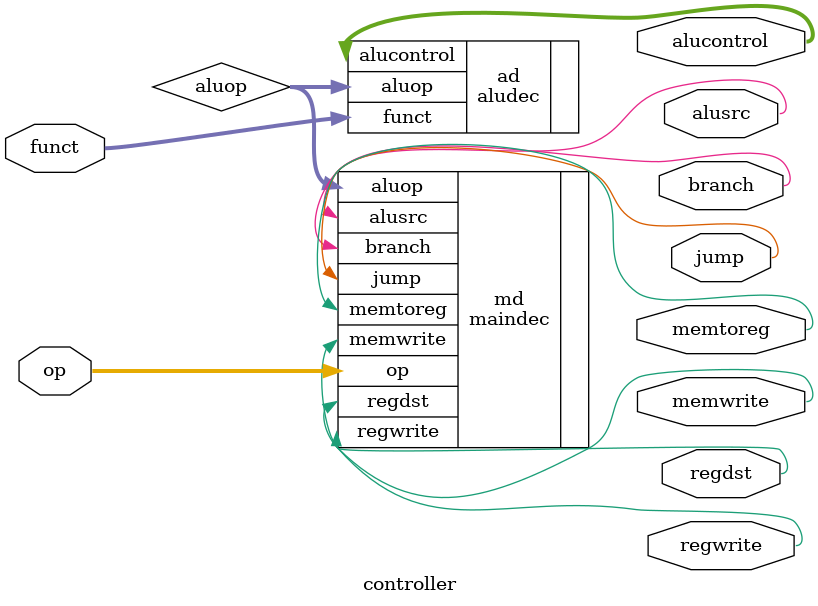
<source format=sv>
`timescale 1ns / 1ps

module controller (
    input  logic [5:0] op,
    input  logic [5:0] funct,
    output logic       memtoreg,
    output logic       memwrite,
    output logic       alusrc,
    output logic       regdst,
    output logic       regwrite,
    output logic       jump,
    output logic [2:0] alucontrol,
    output logic       branch
);

  logic [1:0] aluop;

  maindec md (
      .op(op),
      .memtoreg(memtoreg),
      .memwrite(memwrite),
      .branch(branch),
      .alusrc(alusrc),
      .regdst(regdst),
      .regwrite(regwrite),
      .jump(jump),
      .aluop(aluop)
  );

  aludec ad (
      .funct(funct),
      .aluop(aluop),
      .alucontrol(alucontrol)
  );

endmodule

</source>
